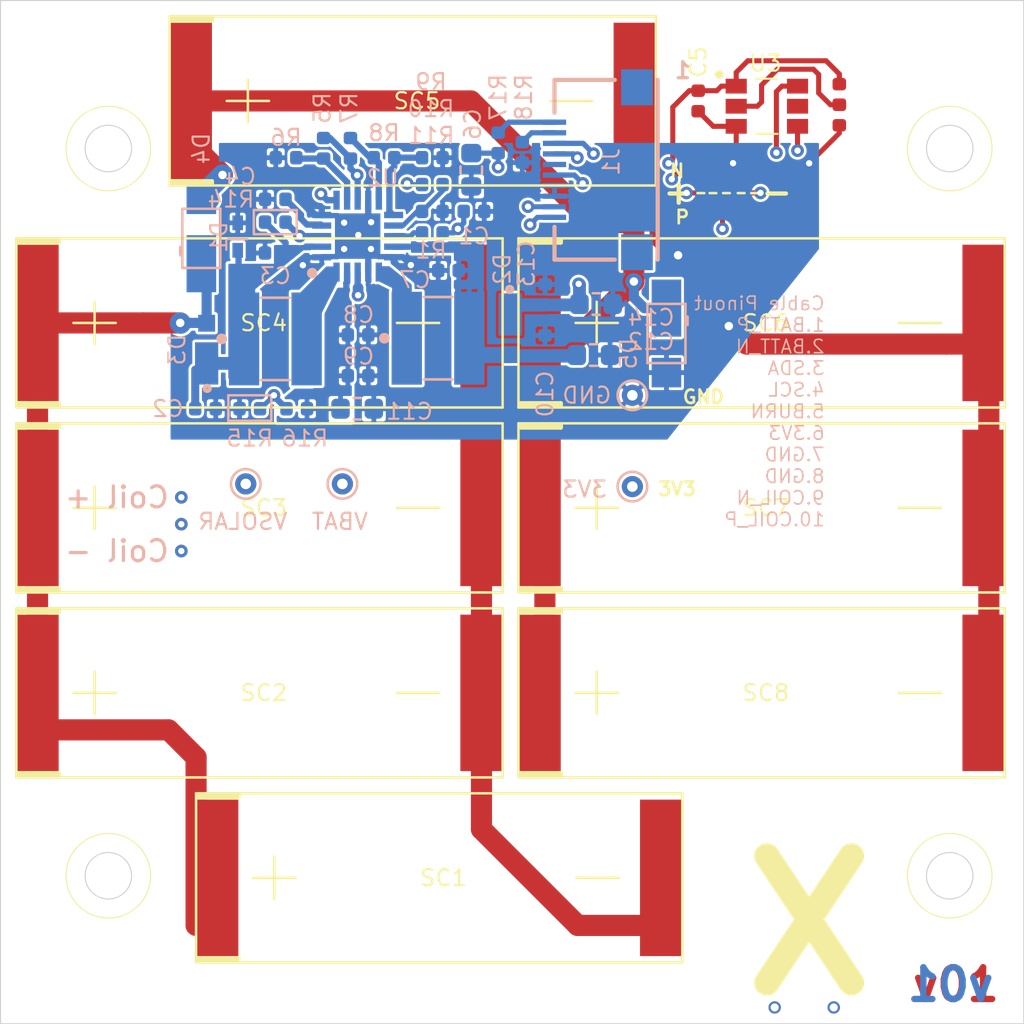
<source format=kicad_pcb>
(kicad_pcb (version 20171130) (host pcbnew "(5.1.4-0-10_14)")
  (layers (0 Top signal hide) (1 In1.Cu signal hide) (2 In2.Cu signal) (3 In3.Cu signal hide) (4 In4.Cu signal hide) (31 Bottom signal hide) (34 B.Paste user hide) (35 F.Paste user hide) (36 B.SilkS user hide) (37 F.SilkS user hide) (38 B.Mask user hide) (39 F.Mask user hide) (44 Edge.Cuts user))
  (net 0 "")
  (net 1 GND)
  (net 2 +3V3)
  (net 3 SDA1)
  (net 4 SCL1)
  (net 5 "Net-(L1-Pad2)")
  (net 6 VOUT_EN)
  (net 7 VSOLAR)
  (net 8 VBAT_OK)
  (net 9 BATT_N)
  (net 10 BATT_P)
  (net 11 COIL_N)
  (net 12 COIL_P)
  (net 13 "Net-(C4-Pad1)")
  (net 14 "Net-(C10-Pad1)")
  (net 15 "Net-(C11-Pad1)")
  (net 16 "Net-(L2-Pad1)")
  (net 17 "Net-(R10-Pad2)")
  (net 18 "Net-(R5-Pad1)")
  (net 19 "Net-(R7-Pad1)")
  (net 20 "Net-(R8-Pad1)")
  (net 21 "Net-(R10-Pad1)")
  (net 22 "Net-(R14-Pad1)")
  (net 23 "Net-(D4-Pad2)")
  (net 24 "Net-(R12-Pad1)")
  (net 25 /coil)
  (net 26 VBAT)
  (net 27 /VSOLAR_FULL)
  (module custom-footprints:KXOB25-05X3F (layer Top) (at 100.25 81.5)
    (fp_text reference SC1 (at 10.7 0) (layer F.SilkS) (effects (font (size 0.762 0.762) (thickness 0.1016))))
    (fp_text value SolarCell_Small)
    (pad 2 smd rect (at 21 0) (size 2 7.4) (layers Top F.Paste F.Mask) (net 23 "Net-(D4-Pad2)"))
    (pad 1 smd rect (at 0 0) (size 2 7.4) (layers Top F.Paste F.Mask) (net 27 /VSOLAR_FULL))
  )
  (module custom-footprints:KXOB25-05X3F (layer Top) (at 115.5 72.75)
    (fp_text reference SC8 (at 10.7 0) (layer F.SilkS) (effects (font (size 0.762 0.762) (thickness 0.1016))))
    (fp_text value SolarCell_Small)
    (pad 1 smd rect (at 0 0) (size 2 7.4) (layers Top F.Paste F.Mask) (net 23 "Net-(D4-Pad2)"))
    (pad 2 smd rect (at 21 0) (size 2 7.4) (layers Top F.Paste F.Mask) (net 1 GND))
  )
  (module custom-footprints:KXOB25-05X3F (layer Top) (at 115.5 64)
    (fp_text reference SC7 (at 10.7 0) (layer F.SilkS) (effects (font (size 0.762 0.762) (thickness 0.1016))))
    (fp_text value SolarCell_Small)
    (pad 2 smd rect (at 21 0) (size 2 7.4) (layers Top F.Paste F.Mask) (net 1 GND))
    (pad 1 smd rect (at 0 0) (size 2 7.4) (layers Top F.Paste F.Mask) (net 23 "Net-(D4-Pad2)"))
  )
  (module custom-footprints:KXOB25-05X3F (layer Top) (at 115.5 55.25)
    (fp_text reference SC6 (at 10.7 0) (layer F.SilkS) (effects (font (size 0.762 0.762) (thickness 0.1016))))
    (fp_text value SolarCell_Small)
    (pad 2 smd rect (at 21 0) (size 2 7.4) (layers Top F.Paste F.Mask) (net 1 GND))
    (pad 1 smd rect (at 0 0) (size 2 7.4) (layers Top F.Paste F.Mask) (net 23 "Net-(D4-Pad2)"))
  )
  (module custom-footprints:KXOB25-05X3F (layer Top) (at 99 44.75)
    (fp_text reference SC5 (at 10.7 0) (layer F.SilkS) (effects (font (size 0.762 0.762) (thickness 0.1016))))
    (fp_text value SolarCell_Small)
    (pad 2 smd rect (at 21 0) (size 2 7.4) (layers Top F.Paste F.Mask) (net 1 GND))
    (pad 1 smd rect (at 0 0) (size 2 7.4) (layers Top F.Paste F.Mask) (net 23 "Net-(D4-Pad2)"))
  )
  (module custom-footprints:KXOB25-05X3F (layer Top) (at 91.75 55.25)
    (fp_text reference SC4 (at 10.7 0) (layer F.SilkS) (effects (font (size 0.762 0.762) (thickness 0.1016))))
    (fp_text value SolarCell_Small)
    (pad 2 smd rect (at 21 0) (size 2 7.4) (layers Top F.Paste F.Mask) (net 23 "Net-(D4-Pad2)"))
    (pad 1 smd rect (at 0 0) (size 2 7.4) (layers Top F.Paste F.Mask) (net 27 /VSOLAR_FULL))
  )
  (module custom-footprints:KXOB25-05X3F (layer Top) (at 91.75 64)
    (fp_text reference SC3 (at 10.7 0) (layer F.SilkS) (effects (font (size 0.762 0.762) (thickness 0.1016))))
    (fp_text value SolarCell_Small)
    (pad 2 smd rect (at 21 0) (size 2 7.4) (layers Top F.Paste F.Mask) (net 23 "Net-(D4-Pad2)"))
    (pad 1 smd rect (at 0 0) (size 2 7.4) (layers Top F.Paste F.Mask) (net 27 /VSOLAR_FULL))
  )
  (module custom-footprints:KXOB25-05X3F (layer Top) (at 91.75 72.75)
    (fp_text reference SC2 (at 10.7 0) (layer F.SilkS) (effects (font (size 0.762 0.762) (thickness 0.1016))))
    (fp_text value SolarCell_Small)
    (pad 2 smd rect (at 21 0) (size 2 7.4) (layers Top F.Paste F.Mask) (net 23 "Net-(D4-Pad2)"))
    (pad 1 smd rect (at 0 0) (size 2 7.4) (layers Top F.Paste F.Mask) (net 27 /VSOLAR_FULL))
  )
  (module TestPoint:TestPoint_THTPad_D1.0mm_Drill0.5mm (layer Bottom) (at 101.6 62.865)
    (fp_text reference TP4 hide)
    (fp_text value TP)
    (pad 1 thru_hole circle (at 0 0) (size 1 1) (drill 0.5) (layers *.Cu *.Mask) (net 27 /VSOLAR_FULL))
  )
  (module TestPoint:TestPoint_THTPad_D1.0mm_Drill0.5mm (layer Bottom) (at 106.172 62.865)
    (fp_text reference TP3 hide)
    (fp_text value TP)
    (pad 1 thru_hole circle (at 0 0) (size 1 1) (drill 0.5) (layers *.Cu *.Mask) (net 26 VBAT))
  )
  (module TestPoint:TestPoint_THTPad_D1.0mm_Drill0.5mm (layer Bottom) (at 119.888 58.674)
    (fp_text reference TP2 hide)
    (fp_text value TP)
    (pad 1 thru_hole circle (at 0 0) (size 1 1) (drill 0.5) (layers *.Cu *.Mask) (net 1 GND))
  )
  (module TestPoint:TestPoint_THTPad_D1.0mm_Drill0.5mm (layer Bottom) (at 119.888 62.992)
    (fp_text reference TP1 hide)
    (fp_text value TP)
    (pad 1 thru_hole circle (at 0 0) (size 1 1) (drill 0.5) (layers *.Cu *.Mask) (net 2 +3V3))
  )
  (module custom-footprints:TSL2561 (layer Top) (at 126.25 45)
    (fp_text reference U3 (at -0.0635 -2.032) (layer F.SilkS) (effects (font (size 0.762 0.762) (thickness 0.1016))))
    (fp_text value TSL2561 hide)
    (pad 6 smd rect (at 1.45 -0.95 90) (size 0.7 1) (layers Top F.Paste F.Mask) (net 3 SDA1))
    (pad 5 smd rect (at 1.45 0 90) (size 0.7 1) (layers Top F.Paste F.Mask))
    (pad 4 smd rect (at 1.45 0.95 90) (size 0.7 1) (layers Top F.Paste F.Mask) (net 4 SCL1))
    (pad 3 smd rect (at -1.45 0.95 90) (size 0.7 1) (layers Top F.Paste F.Mask) (net 1 GND))
    (pad 2 smd rect (at -1.45 0 90) (size 0.7 1) (layers Top F.Paste F.Mask) (net 24 "Net-(R12-Pad1)"))
    (pad 1 smd rect (at -1.45 -0.95 90) (size 0.7 1) (layers Top F.Paste F.Mask) (net 2 +3V3))
  )
  (module Capacitor_SMD:C_0603_1608Metric (layer Bottom) (at 112.268 48.006 270)
    (fp_text reference C6 (at -2.159 -0.0635 270) (layer B.SilkS) (effects (font (size 0.762 0.762) (thickness 0.1016)) (justify mirror)))
    (fp_text value 100uF)
    (pad 1 smd roundrect (at -0.7875 0 270) (size 0.875 0.95) (layers Bottom B.Paste B.Mask) (net 26 VBAT))
    (pad 2 smd roundrect (at 0.7875 0 270) (size 0.875 0.95) (layers Bottom B.Paste B.Mask) (net 1 GND))
  )
  (module Capacitor_SMD:C_0402_1005Metric (layer Bottom) (at 106.91366 57.748656)
    (fp_text reference C9 (at 0.02034 -0.916156) (layer B.SilkS) (effects (font (size 0.762 0.762) (thickness 0.1016)) (justify mirror)))
    (fp_text value 0.1uF)
    (pad 2 smd roundrect (at 0.485 0) (size 0.59 0.64) (layers Bottom B.Paste B.Mask) (net 1 GND))
    (pad 1 smd roundrect (at -0.485 0) (size 0.59 0.64) (layers Bottom B.Paste B.Mask) (net 15 "Net-(C11-Pad1)"))
  )
  (module Capacitor_SMD:C_0603_1608Metric (layer Bottom) (at 118.1735 54.356)
    (fp_text reference C14 (at 2.6035 0.635 180) (layer B.SilkS) (effects (font (size 0.762 0.762) (thickness 0.1016)) (justify mirror)))
    (fp_text value 100uF)
    (pad 2 smd roundrect (at 0.7875 0) (size 0.875 0.95) (layers Bottom B.Paste B.Mask) (net 1 GND))
    (pad 1 smd roundrect (at -0.7875 0) (size 0.875 0.95) (layers Bottom B.Paste B.Mask) (net 2 +3V3))
  )
  (module misc-circuits:SOD523 (layer Bottom) (at 101.219 51.216 90)
    (fp_text reference D1 (at -0.7905 -1.3335 90) (layer B.SilkS) (effects (font (size 0.762 0.762) (thickness 0.1016)) (justify right top mirror)))
    (fp_text value SDM20U40-7)
    (pad A smd rect (at 0.7 0 90) (size 0.7 0.5) (layers Bottom B.Paste B.Mask) (net 1 GND))
    (pad C smd rect (at -0.6 0 90) (size 0.7 0.5) (layers Bottom B.Paste B.Mask) (net 7 VSOLAR))
  )
  (module misc-circuits:QFN50P350X350X100-21N-D (layer Bottom) (at 106.89366 51.144656)
    (fp_text reference U2 (at 1.18334 -2.757656) (layer B.SilkS) (effects (font (size 0.762 0.762) (thickness 0.1016)) (justify mirror)))
    (fp_text value Value hide)
    (pad 1 smd rect (at -1.7 1 270) (size 0.3 0.9) (layers Bottom B.Paste B.Mask) (net 1 GND))
    (pad 2 smd rect (at -1.7 0.5 270) (size 0.3 0.9) (layers Bottom B.Paste B.Mask) (net 7 VSOLAR))
    (pad 3 smd rect (at -1.7 0 270) (size 0.3 0.9) (layers Bottom B.Paste B.Mask) (net 22 "Net-(R14-Pad1)"))
    (pad 4 smd rect (at -1.7 -0.5 270) (size 0.3 0.9) (layers Bottom B.Paste B.Mask) (net 13 "Net-(C4-Pad1)"))
    (pad 5 smd rect (at -1.7 -1 270) (size 0.3 0.9) (layers Bottom B.Paste B.Mask) (net 1 GND))
    (pad 6 smd rect (at -1 -1.7) (size 0.3 0.9) (layers Bottom B.Paste B.Mask) (net 6 VOUT_EN))
    (pad 7 smd rect (at -0.5 -1.7) (size 0.3 0.9) (layers Bottom B.Paste B.Mask) (net 18 "Net-(R5-Pad1)"))
    (pad 8 smd rect (at 0 -1.7) (size 0.3 0.9) (layers Bottom B.Paste B.Mask) (net 17 "Net-(R10-Pad2)"))
    (pad 9 smd rect (at 0.5 -1.7) (size 0.3 0.9) (layers Bottom B.Paste B.Mask) (net 1 GND))
    (pad 10 smd rect (at 1 -1.7) (size 0.3 0.9) (layers Bottom B.Paste B.Mask) (net 19 "Net-(R7-Pad1)"))
    (pad 11 smd rect (at 1.7 -1 270) (size 0.3 0.9) (layers Bottom B.Paste B.Mask) (net 20 "Net-(R8-Pad1)"))
    (pad 12 smd rect (at 1.7 -0.5 270) (size 0.3 0.9) (layers Bottom B.Paste B.Mask) (net 21 "Net-(R10-Pad1)"))
    (pad 13 smd rect (at 1.7 0 270) (size 0.3 0.9) (layers Bottom B.Paste B.Mask) (net 8 VBAT_OK))
    (pad 14 smd rect (at 1.7 0.5 270) (size 0.3 0.9) (layers Bottom B.Paste B.Mask) (net 14 "Net-(C10-Pad1)"))
    (pad 15 smd rect (at 1.7 1 270) (size 0.3 0.9) (layers Bottom B.Paste B.Mask) (net 1 GND))
    (pad 16 smd rect (at 1 1.7) (size 0.3 0.9) (layers Bottom B.Paste B.Mask) (net 16 "Net-(L2-Pad1)"))
    (pad 17 smd rect (at 0.5 1.7) (size 0.3 0.9) (layers Bottom B.Paste B.Mask) (net 1 GND))
    (pad 18 smd rect (at 0 1.7) (size 0.3 0.9) (layers Bottom B.Paste B.Mask) (net 26 VBAT))
    (pad 19 smd rect (at -0.5 1.7) (size 0.3 0.9) (layers Bottom B.Paste B.Mask) (net 15 "Net-(C11-Pad1)"))
    (pad 20 smd rect (at -1 1.7) (size 0.3 0.9) (layers Bottom B.Paste B.Mask) (net 5 "Net-(L1-Pad2)"))
    (pad 21 smd rect (at 0 0) (size 2.15 2.15) (layers Bottom B.Paste B.Mask) (net 1 GND))
  )
  (module Resistor_SMD:R_0402_1005Metric (layer Top) (at 124.6215 48.411 180)
    (fp_text reference R19 hide)
    (fp_text value 0)
    (pad 2 smd roundrect (at 0.485 0 180) (size 0.59 0.64) (layers Top F.Paste F.Mask) (net 11 COIL_N))
    (pad 1 smd roundrect (at -0.485 0 180) (size 0.59 0.64) (layers Top F.Paste F.Mask) (net 25 /coil))
  )
  (module Resistor_SMD:R_0402_1005Metric (layer Top) (at 123.65122 48.411 180)
    (fp_text reference R4 hide)
    (fp_text value 0)
    (pad 2 smd roundrect (at 0.485 0 180) (size 0.59 0.64) (layers Top F.Paste F.Mask) (net 25 /coil))
    (pad 1 smd roundrect (at -0.485 0 180) (size 0.59 0.64) (layers Top F.Paste F.Mask) (net 11 COIL_N))
  )
  (module Resistor_SMD:R_0402_1005Metric (layer Top) (at 124.6215 49.808 180)
    (fp_text reference R3 hide)
    (fp_text value 0)
    (pad 2 smd roundrect (at 0.485 0 180) (size 0.59 0.64) (layers Top F.Paste F.Mask) (net 12 COIL_P))
    (pad 1 smd roundrect (at -0.485 0 180) (size 0.59 0.64) (layers Top F.Paste F.Mask) (net 25 /coil))
  )
  (module Resistor_SMD:R_0402_1005Metric (layer Top) (at 123.65122 49.808 180)
    (fp_text reference R2 hide)
    (fp_text value 0)
    (pad 2 smd roundrect (at 0.485 0 180) (size 0.59 0.64) (layers Top F.Paste F.Mask) (net 25 /coil))
    (pad 1 smd roundrect (at -0.485 0 180) (size 0.59 0.64) (layers Top F.Paste F.Mask) (net 12 COIL_P))
  )
  (module custom-footprints:MICROSMP (layer Bottom) (at 99.75 56.515 90)
    (fp_text reference D3 (at 0 -1.397 270) (layer B.SilkS) (effects (font (size 0.762 0.762) (thickness 0.1016)) (justify mirror)))
    (fp_text value MSS1P4-M3_89A hide)
    (pad 1 smd rect (at -0.65 0) (size 1.1 2) (layers Bottom B.Paste B.Mask) (net 7 VSOLAR))
    (pad 2 smd rect (at 1.25 0) (size 0.8 0.8) (layers Bottom B.Paste B.Mask) (net 27 /VSOLAR_FULL))
  )
  (module Resistor_SMD:R_0402_1005Metric (layer Top) (at 129.677 45.416 90)
    (fp_text reference R13 hide)
    (fp_text value 0)
    (pad 2 smd roundrect (at 0.485 0 90) (size 0.59 0.64) (layers Top F.Paste F.Mask) (net 24 "Net-(R12-Pad1)"))
    (pad 1 smd roundrect (at -0.485 0 90) (size 0.59 0.64) (layers Top F.Paste F.Mask) (net 1 GND))
  )
  (module Resistor_SMD:R_0402_1005Metric (layer Top) (at 129.677 44.4405 90)
    (fp_text reference R12 hide)
    (fp_text value 0)
    (pad 2 smd roundrect (at 0.485 0 90) (size 0.59 0.64) (layers Top F.Paste F.Mask) (net 2 +3V3))
    (pad 1 smd roundrect (at -0.485 0 90) (size 0.59 0.64) (layers Top F.Paste F.Mask) (net 24 "Net-(R12-Pad1)"))
  )
  (module Capacitor_SMD:C_0402_1005Metric (layer Top) (at 123 44.75 90)
    (fp_text reference C5 (at 1.8415 0 90) (layer F.SilkS) (effects (font (size 0.762 0.762) (thickness 0.1016))))
    (fp_text value 0.1uF)
    (pad 2 smd roundrect (at 0.485 0 90) (size 0.59 0.64) (layers Top F.Paste F.Mask) (net 2 +3V3))
    (pad 1 smd roundrect (at -0.485 0 90) (size 0.59 0.64) (layers Top F.Paste F.Mask) (net 1 GND))
  )
  (module "SolarCellParts:SB Diode" (layer Bottom) (at 99.5 51.25 90)
    (fp_text reference D4 (at 4.25 0 90) (layer B.SilkS) (effects (font (size 0.762 0.762) (thickness 0.1016)) (justify mirror)))
    (fp_text value SBDiode)
    (pad 2 smd rect (at 1.85 0 90) (size 1.4 1.4) (layers Bottom B.Paste B.Mask) (net 23 "Net-(D4-Pad2)"))
    (pad 1 smd rect (at -1.2 0 90) (size 2.7 1.4) (layers Bottom B.Paste B.Mask) (net 27 /VSOLAR_FULL))
  )
  (module "SolarCellParts:SB Diode" (layer Bottom) (at 121.5 55.75 270)
    (fp_text reference D5 (at 0.9525 1.7955 270) (layer B.SilkS) (effects (font (size 0.762 0.762) (thickness 0.1016)) (justify mirror)))
    (fp_text value SBDiode)
    (pad 2 smd rect (at 1.85 0 270) (size 1.4 1.4) (layers Bottom B.Paste B.Mask) (net 1 GND))
    (pad 1 smd rect (at -1.2 0 270) (size 2.7 1.4) (layers Bottom B.Paste B.Mask) (net 23 "Net-(D4-Pad2)"))
  )
  (module custom-footprints:MICROSMP (layer Bottom) (at 114.1095 55.499 270)
    (fp_text reference D2 (at -2.794 0.381 270) (layer B.SilkS) (effects (font (size 0.762 0.762) (thickness 0.1016)) (justify mirror)))
    (fp_text value MSS1P4-M3_89A hide)
    (pad 2 smd rect (at 1.25 0 180) (size 0.8 0.8) (layers Bottom B.Paste B.Mask) (net 14 "Net-(C10-Pad1)"))
    (pad 1 smd rect (at -0.65 0 180) (size 1.1 2) (layers Bottom B.Paste B.Mask) (net 2 +3V3))
  )
  (module Resistor_SMD:R_0402_1005Metric (layer Bottom) (at 103.505 47.4345)
    (fp_text reference R6 (at 0 -0.9525 180) (layer B.SilkS) (effects (font (size 0.762 0.762) (thickness 0.1016)) (justify mirror)))
    (fp_text value 5.62M)
    (pad 2 smd roundrect (at 0.485 0) (size 0.59 0.64) (layers Bottom B.Paste B.Mask) (net 18 "Net-(R5-Pad1)"))
    (pad 1 smd roundrect (at -0.485 0) (size 0.59 0.64) (layers Bottom B.Paste B.Mask) (net 1 GND))
  )
  (module Resistor_SMD:R_0402_1005Metric (layer Bottom) (at 105.283 46.99 90)
    (fp_text reference R5 (at 1.905 -0.0635 270) (layer B.SilkS) (effects (font (size 0.762 0.762) (thickness 0.1016)) (justify mirror)))
    (fp_text value 7.32M)
    (pad 2 smd roundrect (at 0.485 0 90) (size 0.59 0.64) (layers Bottom B.Paste B.Mask) (net 17 "Net-(R10-Pad2)"))
    (pad 1 smd roundrect (at -0.485 0 90) (size 0.59 0.64) (layers Bottom B.Paste B.Mask) (net 18 "Net-(R5-Pad1)"))
  )
  (module Resistor_SMD:R_0402_1005Metric (layer Bottom) (at 104.013 59.309 180)
    (fp_text reference R16 (at -0.381 -1.397) (layer B.SilkS) (effects (font (size 0.762 0.762) (thickness 0.1016)) (justify mirror)))
    (fp_text value 0)
    (pad 2 smd roundrect (at 0.485 0 180) (size 0.59 0.64) (layers Bottom B.Paste B.Mask) (net 22 "Net-(R14-Pad1)"))
    (pad 1 smd roundrect (at -0.485 0 180) (size 0.59 0.64) (layers Bottom B.Paste B.Mask) (net 15 "Net-(C11-Pad1)"))
  )
  (module Capacitor_SMD:C_0402_1005Metric (layer Bottom) (at 106.91366 55.8165)
    (fp_text reference C8 (at 0.02034 -0.9525) (layer B.SilkS) (effects (font (size 0.762 0.762) (thickness 0.1016)) (justify mirror)))
    (fp_text value 4.7uF)
    (pad 2 smd roundrect (at 0.485 0) (size 0.59 0.64) (layers Bottom B.Paste B.Mask) (net 1 GND))
    (pad 1 smd roundrect (at -0.485 0) (size 0.59 0.64) (layers Bottom B.Paste B.Mask) (net 15 "Net-(C11-Pad1)"))
  )
  (module custom-footprints:XF2M-1015-1A (layer Bottom) (at 116.205 48.006 270)
    (fp_text reference J1 (at -0.37186 -2.68404 90) (layer B.SilkS) (effects (font (size 0.762 0.762) (thickness 0.1016)) (justify mirror)))
    (fp_text value XF2M-1015-1A hide)
    (pad 1 smd rect (at -2.25 0 270) (size 0.25 1.1) (layers Bottom B.Paste B.Mask) (net 10 BATT_P))
    (pad 2 smd rect (at -1.75 0 270) (size 0.25 1.1) (layers Bottom B.Paste B.Mask) (net 9 BATT_N))
    (pad 3 smd rect (at -1.25 0 270) (size 0.25 1.1) (layers Bottom B.Paste B.Mask) (net 3 SDA1))
    (pad 4 smd rect (at -0.75 0 270) (size 0.25 1.1) (layers Bottom B.Paste B.Mask) (net 4 SCL1))
    (pad 5 smd rect (at -0.25 0 270) (size 0.25 1.1) (layers Bottom B.Paste B.Mask))
    (pad 6 smd rect (at 0.25 0 270) (size 0.25 1.1) (layers Bottom B.Paste B.Mask) (net 2 +3V3))
    (pad 7 smd rect (at 0.75 0 270) (size 0.25 1.1) (layers Bottom B.Paste B.Mask) (net 1 GND))
    (pad 8 smd rect (at 1.25 0 270) (size 0.25 1.1) (layers Bottom B.Paste B.Mask) (net 1 GND))
    (pad 9 smd rect (at 1.75 0 270) (size 0.25 1.1) (layers Bottom B.Paste B.Mask) (net 11 COIL_N))
    (pad 10 smd rect (at 2.25 0 270) (size 0.25 1.1) (layers Bottom B.Paste B.Mask) (net 12 COIL_P))
    (pad 11 smd rect (at -3.9 -3.9 180) (size 1.5 1.7) (layers Bottom B.Paste B.Mask))
    (pad 12 smd rect (at 3.9 -3.9 180) (size 1.5 1.7) (layers Bottom B.Paste B.Mask))
  )
  (module Capacitor_SMD:C_0603_1608Metric (layer Bottom) (at 118.0465 56.769)
    (fp_text reference C12 (at 2.7305 -0.635 180) (layer B.SilkS) (effects (font (size 0.762 0.762) (thickness 0.1016)) (justify mirror)))
    (fp_text value 100uF)
    (pad 2 smd roundrect (at 0.7875 0) (size 0.875 0.95) (layers Bottom B.Paste B.Mask) (net 1 GND))
    (pad 1 smd roundrect (at -0.7875 0) (size 0.875 0.95) (layers Bottom B.Paste B.Mask) (net 14 "Net-(C10-Pad1)"))
  )
  (module Capacitor_SMD:C_0402_1005Metric (layer Bottom) (at 115.7605 53.9115 90)
    (fp_text reference C13 (at 1.4605 -0.889 90) (layer B.SilkS) (effects (font (size 0.762 0.762) (thickness 0.1016)) (justify mirror)))
    (fp_text value 0.1uF)
    (pad 2 smd roundrect (at 0.485 0 90) (size 0.59 0.64) (layers Bottom B.Paste B.Mask) (net 1 GND))
    (pad 1 smd roundrect (at -0.485 0 90) (size 0.59 0.64) (layers Bottom B.Paste B.Mask) (net 2 +3V3))
  )
  (module Resistor_SMD:R_0402_1005Metric (layer Bottom) (at 106.553 46.99 270)
    (fp_text reference R7 (at -1.905 0.0635 270) (layer B.SilkS) (effects (font (size 0.762 0.762) (thickness 0.1016)) (justify mirror)))
    (fp_text value 374K)
    (pad 2 smd roundrect (at 0.485 0 270) (size 0.59 0.64) (layers Bottom B.Paste B.Mask) (net 17 "Net-(R10-Pad2)"))
    (pad 1 smd roundrect (at -0.485 0 270) (size 0.59 0.64) (layers Bottom B.Paste B.Mask) (net 19 "Net-(R7-Pad1)"))
  )
  (module Resistor_SMD:R_0402_1005Metric (layer Bottom) (at 110.4265 49.9745 180)
    (fp_text reference R11 (at 0.0635 3.583) (layer B.SilkS) (effects (font (size 0.762 0.762) (thickness 0.1016)) (justify mirror)))
    (fp_text value 4.75M)
    (pad 2 smd roundrect (at 0.485 0 180) (size 0.59 0.64) (layers Bottom B.Paste B.Mask) (net 21 "Net-(R10-Pad1)"))
    (pad 1 smd roundrect (at -0.485 0 180) (size 0.59 0.64) (layers Bottom B.Paste B.Mask) (net 1 GND))
  )
  (module Resistor_SMD:R_0402_1005Metric (layer Bottom) (at 110.4265 47.4345 180)
    (fp_text reference R9 (at 0.0635 3.583) (layer B.SilkS) (effects (font (size 0.762 0.762) (thickness 0.1016)) (justify mirror)))
    (fp_text value 4.53M)
    (pad 2 smd roundrect (at 0.485 0 180) (size 0.59 0.64) (layers Bottom B.Paste B.Mask) (net 20 "Net-(R8-Pad1)"))
    (pad 1 smd roundrect (at -0.485 0 180) (size 0.59 0.64) (layers Bottom B.Paste B.Mask) (net 1 GND))
  )
  (module Resistor_SMD:R_0402_1005Metric (layer Bottom) (at 110.4265 48.7045 180)
    (fp_text reference R10 (at 0.0635 3.583) (layer B.SilkS) (effects (font (size 0.762 0.762) (thickness 0.1016)) (justify mirror)))
    (fp_text value 8.25M)
    (pad 2 smd roundrect (at 0.485 0 180) (size 0.59 0.64) (layers Bottom B.Paste B.Mask) (net 17 "Net-(R10-Pad2)"))
    (pad 1 smd roundrect (at -0.485 0 180) (size 0.59 0.64) (layers Bottom B.Paste B.Mask) (net 21 "Net-(R10-Pad1)"))
  )
  (module Resistor_SMD:R_0402_1005Metric (layer Bottom) (at 108.1405 47.4345 180)
    (fp_text reference R8 (at 0 1.17) (layer B.SilkS) (effects (font (size 0.762 0.762) (thickness 0.1016)) (justify mirror)))
    (fp_text value 8.25M)
    (pad 2 smd roundrect (at 0.485 0 180) (size 0.59 0.64) (layers Bottom B.Paste B.Mask) (net 19 "Net-(R7-Pad1)"))
    (pad 1 smd roundrect (at -0.485 0 180) (size 0.59 0.64) (layers Bottom B.Paste B.Mask) (net 20 "Net-(R8-Pad1)"))
  )
  (module Resistor_SMD:R_0402_1005Metric (layer Bottom) (at 102.997 50.4825 180)
    (fp_text reference R14 (at 2.0955 1.0795) (layer B.SilkS) (effects (font (size 0.762 0.762) (thickness 0.1016)) (justify mirror)))
    (fp_text value 0)
    (pad 2 smd roundrect (at 0.485 0 180) (size 0.59 0.64) (layers Bottom B.Paste B.Mask) (net 7 VSOLAR))
    (pad 1 smd roundrect (at -0.485 0 180) (size 0.59 0.64) (layers Bottom B.Paste B.Mask) (net 22 "Net-(R14-Pad1)"))
  )
  (module Resistor_SMD:R_0402_1005Metric (layer Bottom) (at 101.7905 59.309)
    (fp_text reference R15 (at 0 1.397 180) (layer B.SilkS) (effects (font (size 0.762 0.762) (thickness 0.1016)) (justify mirror)))
    (fp_text value 0)
    (pad 2 smd roundrect (at 0.485 0) (size 0.59 0.64) (layers Bottom B.Paste B.Mask) (net 22 "Net-(R14-Pad1)"))
    (pad 1 smd roundrect (at -0.485 0) (size 0.59 0.64) (layers Bottom B.Paste B.Mask) (net 1 GND))
  )
  (module Resistor_SMD:R_0402_1005Metric (layer Bottom) (at 113.538 46.736 270)
    (fp_text reference R17 (at -2.159 0 90) (layer B.SilkS) (effects (font (size 0.762 0.762) (thickness 0.1016)) (justify mirror)))
    (fp_text value 0)
    (pad 1 smd roundrect (at -0.485 0 270) (size 0.59 0.64) (layers Bottom B.Paste B.Mask) (net 10 BATT_P))
    (pad 2 smd roundrect (at 0.485 0 270) (size 0.59 0.64) (layers Bottom B.Paste B.Mask) (net 26 VBAT))
  )
  (module Resistor_SMD:R_0402_1005Metric (layer Bottom) (at 114.681 47.1805 270)
    (fp_text reference R18 (at -2.6035 -0.0635 270) (layer B.SilkS) (effects (font (size 0.762 0.762) (thickness 0.1016)) (justify mirror)))
    (fp_text value 0)
    (pad 2 smd roundrect (at 0.485 0 270) (size 0.59 0.64) (layers Bottom B.Paste B.Mask) (net 1 GND))
    (pad 1 smd roundrect (at -0.485 0 270) (size 0.59 0.64) (layers Bottom B.Paste B.Mask) (net 9 BATT_N))
  )
  (module Resistor_SMD:R_0402_1005Metric (layer Bottom) (at 110.4265 50.9905)
    (fp_text reference R1 (at -0.0635 0.8255) (layer B.SilkS) (effects (font (size 0.762 0.762) (thickness 0.1016)) (justify mirror)))
    (fp_text value 0)
    (pad 2 smd roundrect (at 0.485 0) (size 0.59 0.64) (layers Bottom B.Paste B.Mask) (net 6 VOUT_EN))
    (pad 1 smd roundrect (at -0.485 0) (size 0.59 0.64) (layers Bottom B.Paste B.Mask) (net 8 VBAT_OK))
  )
  (module misc-circuits:LPS4018 (layer Bottom) (at 110.69574 55.97398)
    (fp_text reference L2 hide)
    (fp_text value 10uH-LPS4018-103MR hide)
    (pad 2 smd rect (at 1.47955 0) (size 1.4351 4.3942) (layers Bottom B.Paste B.Mask) (net 14 "Net-(C10-Pad1)"))
    (pad 1 smd rect (at -1.47955 0) (size 1.4351 4.3942) (layers Bottom B.Paste B.Mask) (net 16 "Net-(L2-Pad1)"))
  )
  (module misc-circuits:LPS4018 (layer Bottom) (at 103 56.007)
    (fp_text reference L1 hide)
    (fp_text value 22uH-LPS4018-223MR hide)
    (pad 1 smd rect (at -1.47955 0) (size 1.4351 4.3942) (layers Bottom B.Paste B.Mask) (net 7 VSOLAR))
    (pad 2 smd rect (at 1.47955 0) (size 1.4351 4.3942) (layers Bottom B.Paste B.Mask) (net 5 "Net-(L1-Pad2)"))
  )
  (module Capacitor_SMD:C_0603_1608Metric (layer Bottom) (at 106.8705 59.309)
    (fp_text reference C11 (at 2.4765 0.127) (layer B.SilkS) (effects (font (size 0.762 0.762) (thickness 0.1016)) (justify mirror)))
    (fp_text value 100uF)
    (pad 2 smd roundrect (at 0.7875 0) (size 0.875 0.95) (layers Bottom B.Paste B.Mask) (net 1 GND))
    (pad 1 smd roundrect (at -0.7875 0) (size 0.875 0.95) (layers Bottom B.Paste B.Mask) (net 15 "Net-(C11-Pad1)"))
  )
  (module Capacitor_SMD:C_0402_1005Metric (layer Bottom) (at 111.1885 52.7685 180)
    (fp_text reference C7 (at 1.5875 -0.4445) (layer B.SilkS) (effects (font (size 0.762 0.762) (thickness 0.1016)) (justify mirror)))
    (fp_text value 22uF)
    (pad 2 smd roundrect (at 0.485 0 180) (size 0.59 0.64) (layers Bottom B.Paste B.Mask) (net 1 GND))
    (pad 1 smd roundrect (at -0.485 0 180) (size 0.59 0.64) (layers Bottom B.Paste B.Mask) (net 14 "Net-(C10-Pad1)"))
  )
  (module Capacitor_SMD:C_0402_1005Metric (layer Bottom) (at 102.997 49.403 180)
    (fp_text reference C4 (at 1.651 1.0795) (layer B.SilkS) (effects (font (size 0.762 0.762) (thickness 0.1016)) (justify mirror)))
    (fp_text value 10nF)
    (pad 2 smd roundrect (at 0.485 0 180) (size 0.59 0.64) (layers Bottom B.Paste B.Mask) (net 1 GND))
    (pad 1 smd roundrect (at -0.485 0 180) (size 0.59 0.64) (layers Bottom B.Paste B.Mask) (net 13 "Net-(C4-Pad1)"))
  )
  (module Capacitor_SMD:C_0402_1005Metric (layer Bottom) (at 99.695 59.309)
    (fp_text reference C2 (at -1.778 0 180) (layer B.SilkS) (effects (font (size 0.762 0.762) (thickness 0.1016)) (justify mirror)))
    (fp_text value 0.1uF)
    (pad 2 smd roundrect (at 0.485 0) (size 0.59 0.64) (layers Bottom B.Paste B.Mask) (net 1 GND))
    (pad 1 smd roundrect (at -0.485 0) (size 0.59 0.64) (layers Bottom B.Paste B.Mask) (net 7 VSOLAR))
  )
  (module Capacitor_SMD:C_0402_1005Metric (layer Bottom) (at 115.7605 56.3245 90)
    (fp_text reference C10 (at -2.286 0 270) (layer B.SilkS) (effects (font (size 0.762 0.762) (thickness 0.1016)) (justify mirror)))
    (fp_text value 0.1uF)
    (pad 2 smd roundrect (at 0.485 0 90) (size 0.59 0.64) (layers Bottom B.Paste B.Mask) (net 1 GND))
    (pad 1 smd roundrect (at -0.485 0 90) (size 0.59 0.64) (layers Bottom B.Paste B.Mask) (net 14 "Net-(C10-Pad1)"))
  )
  (module Capacitor_SMD:C_0402_1005Metric (layer Bottom) (at 102.997 51.943 180)
    (fp_text reference C3 (at 0 -1.0795) (layer B.SilkS) (effects (font (size 0.762 0.762) (thickness 0.1016)) (justify mirror)))
    (fp_text value 4.7uF)
    (pad 2 smd roundrect (at 0.485 0 180) (size 0.59 0.64) (layers Bottom B.Paste B.Mask) (net 1 GND))
    (pad 1 smd roundrect (at -0.485 0 180) (size 0.59 0.64) (layers Bottom B.Paste B.Mask) (net 7 VSOLAR))
  )
  (module Capacitor_SMD:C_0402_1005Metric (layer Bottom) (at 112.395 49.9745)
    (fp_text reference C1 (at 0 1.17) (layer B.SilkS) (effects (font (size 0.762 0.762) (thickness 0.1016)) (justify mirror)))
    (fp_text value 1.0uF)
    (pad 2 smd roundrect (at 0.485 0) (size 0.59 0.64) (layers Bottom B.Paste B.Mask) (net 1 GND))
    (pad 1 smd roundrect (at -0.485 0) (size 0.59 0.64) (layers Bottom B.Paste B.Mask) (net 6 VOUT_EN))
  )
  (gr_text X (at 128.25 83.75) (layer F.SilkS) (effects (font (size 6 6) (thickness 1.2))))
  (gr_line (start 100.7618 51.2826) (end 101.6762 51.2826) (layer B.SilkS) (width 0.12))
  (gr_text 1 (at 122.7328 43.307) (layer B.SilkS) (effects (font (size 0.762 0.762) (thickness 0.1524)) (justify left mirror)))
  (gr_text 3V3 (at 118.745 63.119) (layer B.SilkS) (effects (font (size 0.762 0.762) (thickness 0.1016)) (justify left mirror)))
  (gr_text VBAT (at 107.442 64.643) (layer B.SilkS) (effects (font (size 0.762 0.762) (thickness 0.1016)) (justify left mirror)))
  (gr_text VSOLAR (at 103.632 64.643) (layer B.SilkS) (effects (font (size 0.762 0.762) (thickness 0.1016)) (justify left mirror)))
  (gr_text GND (at 118.962715 58.674) (layer B.SilkS) (effects (font (size 0.762 0.762) (thickness 0.1016)) (justify left mirror)))
  (gr_text "Cable Pinout\n1.BATT_P\n2.BATT_N\n3.SDA\n4.SCL\n5.BURN\n6.3V3\n7.GND\n8.GND\n9.COIL_N\n10.COIL_P" (at 129.032 59.436) (layer B.SilkS) (effects (font (size 0.635 0.635) (thickness 0.0762)) (justify left mirror)))
  (gr_line (start 104.013 51.054) (end 101.981 51.054) (layer B.SilkS) (width 0.12))
  (gr_line (start 104.013 49.911) (end 104.013 51.054) (layer B.SilkS) (width 0.12))
  (gr_line (start 101.981 49.911) (end 104.013 49.911) (layer B.SilkS) (width 0.12))
  (gr_line (start 101.981 51.054) (end 101.981 49.911) (layer B.SilkS) (width 0.12))
  (gr_line (start 102.8065 59.8805) (end 100.7745 59.8805) (layer B.SilkS) (width 0.12))
  (gr_line (start 102.8065 58.674) (end 102.8065 59.8805) (layer B.SilkS) (width 0.12))
  (gr_line (start 100.7745 58.674) (end 102.8065 58.674) (layer B.SilkS) (width 0.12))
  (gr_line (start 100.7745 59.8805) (end 100.7745 58.674) (layer B.SilkS) (width 0.12))
  (gr_text v01 (at 134.9375 86.5505) (layer Bottom) (effects (font (size 1.5 1.5) (thickness 0.3)) (justify mirror)))
  (gr_text v01 (at 135.1915 86.5505) (layer Top) (effects (font (size 1.5 1.5) (thickness 0.3))))
  (gr_text 3V3 (at 122 63.1) (layer F.SilkS) (effects (font (size 0.635 0.635) (thickness 0.127))))
  (gr_text GND (at 123.25 58.75) (layer F.SilkS) (effects (font (size 0.635 0.635) (thickness 0.127))))
  (gr_text - (at 126.717 49.046) (layer F.SilkS) (effects (font (size 1.143 1.143) (thickness 0.2032))))
  (gr_text P (at 122.25 50.25) (layer F.SilkS) (effects (font (size 0.635 0.635) (thickness 0.127))))
  (gr_text N (at 122 48 180) (layer F.SilkS) (effects (font (size 0.635 0.635) (thickness 0.127))))
  (gr_text + (at 122.0815 49.046) (layer F.SilkS) (effects (font (size 1.143 1.143) (thickness 0.2032))))
  (gr_line (start 123.288 49.1095) (end 122.9705 49.1095) (layer F.SilkS) (width 0.12))
  (gr_line (start 124.4945 49.1095) (end 124.177 49.1095) (layer F.SilkS) (width 0.12))
  (gr_line (start 123.542 49.1095) (end 123.8595 49.1095) (layer F.SilkS) (width 0.12))
  (gr_line (start 124.8755 49.1095) (end 125.193 49.1095) (layer F.SilkS) (width 0.12))
  (gr_line (start 125.828 49.1095) (end 125.5105 49.1095) (layer F.SilkS) (width 0.12))
  (gr_text "Coil -" (at 95.504 66.04) (layer B.SilkS) (effects (font (size 1 1)) (justify mirror)))
  (gr_text "Coil +" (at 95.504 63.5) (layer B.SilkS) (effects (font (size 1 1)) (justify mirror)))
  (gr_circle (center 95.1 47) (end 96.2 47) (layer Edge.Cuts) (width 0.05))
  (gr_circle (center 95.1 81.4) (end 97.1 81.4) (layer F.SilkS) (width 0.05))
  (gr_circle (center 134.9 81.4) (end 136.9 81.4) (layer F.SilkS) (width 0.05))
  (gr_circle (center 134.9 47) (end 136.9 47) (layer F.SilkS) (width 0.05))
  (gr_circle (center 95.1 47) (end 97.1 47) (layer F.SilkS) (width 0.05))
  (gr_circle (center 95.1 81.4) (end 96.2 81.4) (layer Edge.Cuts) (width 0.05))
  (gr_circle (center 134.9 81.4) (end 136 81.4) (layer Edge.Cuts) (width 0.05))
  (gr_circle (center 134.9 47) (end 136 47) (layer Edge.Cuts) (width 0.05))
  (gr_line (start 90 88.4) (end 138.4 88.4) (layer Edge.Cuts) (width 0.05))
  (gr_line (start 90 88.4) (end 90 40) (layer Edge.Cuts) (width 0.05))
  (gr_line (start 138.4 40) (end 138.4 88.4) (layer Edge.Cuts) (width 0.05))
  (gr_line (start 90 40) (end 138.4 40) (layer Edge.Cuts) (width 0.05))
  (segment (start 136.75 56.25) (end 136.75 74.5) (width 1) (layer Top) (net 1))
  (segment (start 106.89366 51.144656) (end 106.28406 51.754256) (width 0.2032) (layer Bottom) (net 1))
  (segment (start 106.28406 51.754256) (end 106.25326 51.754256) (width 0.2032) (layer Bottom) (net 1))
  (via (at 106.25326 51.754256) (size 0.6) (drill 0.3) (layers Top Bottom) (net 1))
  (segment (start 106.89366 51.144656) (end 107.50326 51.754256) (width 0.2032) (layer Bottom) (net 1))
  (segment (start 107.50326 51.754256) (end 107.52326 51.754256) (width 0.2032) (layer Bottom) (net 1))
  (via (at 107.52326 51.754256) (size 0.6) (drill 0.3) (layers Top Bottom) (net 1))
  (segment (start 106.89366 51.144656) (end 106.28406 50.535056) (width 0.2032) (layer Bottom) (net 1))
  (segment (start 106.28406 50.535056) (end 106.25326 50.509656) (width 0.2032) (layer Bottom) (net 1))
  (via (at 106.25326 50.509656) (size 0.6) (drill 0.3) (layers Top Bottom) (net 1))
  (segment (start 108.54366 52.144656) (end 108.92966 52.144656) (width 0.2032) (layer Bottom) (net 1))
  (via (at 109.4105 52.5145) (size 0.6) (drill 0.3) (layers Top Bottom) (net 1))
  (segment (start 105.238604 50.1396) (end 105.0417 50.1396) (width 0.2286) (layer Bottom) (net 1))
  (segment (start 107.43437 53.150334) (end 107.43437 53.28157) (width 0.2286) (layer Bottom) (net 1))
  (segment (start 107.39366 52.794656) (end 107.39366 53.109624) (width 0.2286) (layer Bottom) (net 1))
  (segment (start 107.39366 53.109624) (end 107.43437 53.150334) (width 0.2286) (layer Bottom) (net 1))
  (segment (start 109.040656 52.144656) (end 109.4105 52.5145) (width 0.29972) (layer Bottom) (net 1))
  (segment (start 108.59366 52.144656) (end 109.040656 52.144656) (width 0.29972) (layer Bottom) (net 1))
  (segment (start 108.59366 52.144656) (end 108.59366 52.33266) (width 0.29972) (layer Bottom) (net 1))
  (segment (start 108.59366 52.33266) (end 108.712 52.451) (width 0.29972) (layer Bottom) (net 1))
  (segment (start 107.39366 51.99134) (end 107.442 51.943) (width 0.29972) (layer Bottom) (net 1))
  (segment (start 107.39366 52.844656) (end 107.39366 51.99134) (width 0.29972) (layer Bottom) (net 1))
  (segment (start 107.39366 50.21334) (end 107.3785 50.2285) (width 0.29972) (layer Bottom) (net 1))
  (segment (start 107.39366 49.444656) (end 107.39366 50.21334) (width 0.29972) (layer Bottom) (net 1))
  (segment (start 107.891115 52.115255) (end 107.51058 51.73472) (width 0.254) (layer Bottom) (net 1))
  (segment (start 108.564259 52.115255) (end 107.891115 52.115255) (width 0.254) (layer Bottom) (net 1))
  (segment (start 108.59366 52.144656) (end 108.564259 52.115255) (width 0.254) (layer Bottom) (net 1))
  (segment (start 105.921005 52.115255) (end 106.19994 51.83632) (width 0.254) (layer Bottom) (net 1))
  (segment (start 105.223061 52.115255) (end 105.921005 52.115255) (width 0.254) (layer Bottom) (net 1))
  (segment (start 105.19366 52.144656) (end 105.223061 52.115255) (width 0.254) (layer Bottom) (net 1))
  (segment (start 105.932137 50.174057) (end 106.02468 50.2666) (width 0.254) (layer Bottom) (net 1))
  (segment (start 105.223061 50.174057) (end 105.932137 50.174057) (width 0.254) (layer Bottom) (net 1))
  (segment (start 105.19366 50.144656) (end 105.223061 50.174057) (width 0.254) (layer Bottom) (net 1))
  (segment (start 104.907056 50.144656) (end 104.6353 49.8729) (width 0.29972) (layer Bottom) (net 1))
  (segment (start 105.19366 50.144656) (end 104.907056 50.144656) (width 0.29972) (layer Bottom) (net 1))
  (segment (start 105.19366 49.86992) (end 105.18902 49.86528) (width 0.29972) (layer Bottom) (net 1))
  (segment (start 105.19366 50.144656) (end 105.19366 49.86992) (width 0.29972) (layer Bottom) (net 1))
  (via (at 107.5309 50.48504) (size 0.6) (drill 0.3) (layers Top Bottom) (net 1))
  (via (at 106.92384 51.0921) (size 0.6) (drill 0.3) (layers Top Bottom) (net 1))
  (segment (start 104.677049 52.144656) (end 104.594111 52.227594) (width 0.2032) (layer Bottom) (net 1))
  (segment (start 104.594111 52.227594) (end 104.302012 52.519693) (width 0.2032) (layer Bottom) (net 1))
  (segment (start 105.24366 52.144656) (end 104.677049 52.144656) (width 0.2032) (layer Bottom) (net 1))
  (via (at 104.302012 52.519693) (size 0.6) (drill 0.3) (layers Top Bottom) (net 1))
  (segment (start 134.75 56.25) (end 136.75 56.25) (width 1) (layer Top) (net 1))
  (segment (start 134.75 56.25) (end 125.3 56.25) (width 1) (layer Top) (net 1))
  (segment (start 125.3 56.25) (end 124.45 55.4) (width 1) (layer Top) (net 1))
  (segment (start 120 44.75) (end 120 48.55) (width 1) (layer Top) (net 1))
  (segment (start 120 48.55) (end 121.2 49.75) (width 1) (layer Top) (net 1))
  (via (at 122.05 52.05) (size 0.8) (drill 0.4) (layers Top Bottom) (net 1))
  (segment (start 121.2 49.75) (end 121.2 51.2) (width 1) (layer Top) (net 1))
  (segment (start 121.2 51.2) (end 122.05 52.05) (width 1) (layer Top) (net 1))
  (via (at 124.45 55.4) (size 0.8) (drill 0.4) (layers Top Bottom) (net 1))
  (segment (start 123.715 45.95) (end 124.8 45.95) (width 0.24) (layer Top) (net 1))
  (segment (start 123 45.235) (end 123.715 45.95) (width 0.24) (layer Top) (net 1))
  (via (at 128.25 47.7) (size 0.6) (drill 0.3) (layers Top Bottom) (net 1))
  (segment (start 129.677 45.901) (end 129.677 46.273) (width 0.24) (layer Top) (net 1))
  (segment (start 129.677 46.273) (end 128.25 47.7) (width 0.24) (layer Top) (net 1))
  (via (at 124.65 47.694011) (size 0.6) (drill 0.3) (layers Top Bottom) (net 1))
  (segment (start 124.8 45.95) (end 124.8 47.544011) (width 0.24) (layer Top) (net 1))
  (segment (start 124.8 47.544011) (end 124.65 47.694011) (width 0.24) (layer Top) (net 1))
  (segment (start 114.562 54.3965) (end 114.1095 54.849) (width 0.635) (layer Bottom) (net 2))
  (segment (start 115.7605 54.3965) (end 114.562 54.3965) (width 0.635) (layer Bottom) (net 2))
  (segment (start 117.23572 48.348901) (end 117.53761 48.650791) (width 0.24892) (layer Bottom) (net 2))
  (segment (start 116.205 48.256) (end 117.142819 48.256) (width 0.24892) (layer Bottom) (net 2))
  (via (at 117.53761 48.650791) (size 0.6) (drill 0.3) (layers Top Bottom) (net 2))
  (segment (start 117.142819 48.256) (end 117.23572 48.348901) (width 0.24892) (layer Bottom) (net 2))
  (via (at 117.348 53.4035) (size 0.6) (drill 0.3) (layers Top Bottom) (net 2))
  (segment (start 117.386 54.356) (end 117.386 53.4415) (width 0.6096) (layer Bottom) (net 2))
  (segment (start 117.386 53.4415) (end 117.348 53.4035) (width 0.6096) (layer Bottom) (net 2))
  (segment (start 117.3455 54.3965) (end 117.386 54.356) (width 0.6096) (layer Bottom) (net 2))
  (segment (start 115.7605 54.3965) (end 117.3455 54.3965) (width 0.6096) (layer Bottom) (net 2))
  (segment (start 123.885 44.265) (end 124.1 44.05) (width 0.24) (layer Top) (net 2))
  (segment (start 123 44.265) (end 123.885 44.265) (width 0.24) (layer Top) (net 2))
  (segment (start 124.8 44.05) (end 124.1 44.05) (width 0.24) (layer Top) (net 2))
  (segment (start 129.677 43.9555) (end 129.677 43.5605) (width 0.24) (layer Top) (net 2))
  (segment (start 129.677 43.9555) (end 129.677 43.477) (width 0.24) (layer Top) (net 2))
  (segment (start 129.677 43.477) (end 129.05 42.85) (width 0.24) (layer Top) (net 2))
  (segment (start 129.05 42.85) (end 125.35 42.85) (width 0.24) (layer Top) (net 2))
  (segment (start 124.8 43.4) (end 124.8 44.05) (width 0.24) (layer Top) (net 2))
  (segment (start 125.35 42.85) (end 124.8 43.4) (width 0.24) (layer Top) (net 2))
  (segment (start 122.58 44.265) (end 121.8 45.045) (width 0.24) (layer Top) (net 2))
  (segment (start 123 44.265) (end 122.58 44.265) (width 0.24) (layer Top) (net 2))
  (via (at 121.6 47.7) (size 0.6) (drill 0.3) (layers Top Bottom) (net 2))
  (segment (start 121.8 45.045) (end 121.8 47.5) (width 0.24) (layer Top) (net 2))
  (segment (start 121.8 47.5) (end 121.6 47.7) (width 0.24) (layer Top) (net 2))
  (segment (start 116.205 46.756) (end 117.559965 46.756) (width 0.24892) (layer Bottom) (net 3))
  (segment (start 117.559965 46.756) (end 118.04774 47.243775) (width 0.24892) (layer Bottom) (net 3))
  (via (at 118.04774 47.243775) (size 0.6) (drill 0.3) (layers Top Bottom) (net 3))
  (segment (start 126.96 44.05) (end 126.7 44.31) (width 0.24) (layer Top) (net 3))
  (segment (start 127.7 44.05) (end 126.96 44.05) (width 0.24) (layer Top) (net 3))
  (via (at 126.7 47.2) (size 0.6) (drill 0.3) (layers Top Bottom) (net 3))
  (segment (start 126.7 44.31) (end 126.7 47.2) (width 0.24) (layer Top) (net 3))
  (segment (start 116.205 47.256) (end 117.105998 47.256) (width 0.24892) (layer Bottom) (net 4))
  (segment (start 117.105998 47.256) (end 117.2845 47.434502) (width 0.24892) (layer Bottom) (net 4))
  (via (at 117.2845 47.434502) (size 0.6) (drill 0.3) (layers Top Bottom) (net 4))
  (via (at 127.7 47.1) (size 0.6) (drill 0.3) (layers Top Bottom) (net 4))
  (segment (start 127.7 45.95) (end 127.7 47.1) (width 0.24) (layer Top) (net 4))
  (via (at 105.156 49.149) (size 0.6) (drill 0.3) (layers Top Bottom) (net 6))
  (segment (start 105.89366 49.444656) (end 105.451656 49.444656) (width 0.29972) (layer Bottom) (net 6))
  (segment (start 105.451656 49.444656) (end 105.156 49.149) (width 0.29972) (layer Bottom) (net 6))
  (segment (start 111.379 50.9905) (end 110.9115 50.9905) (width 0.24892) (layer Bottom) (net 6))
  (via (at 111.633 50.8) (size 0.6) (drill 0.3) (layers Top Bottom) (net 6))
  (segment (start 111.379 50.9905) (end 111.4425 50.9905) (width 0.24892) (layer Bottom) (net 6))
  (segment (start 111.4425 50.9905) (end 111.633 50.8) (width 0.24892) (layer Bottom) (net 6))
  (segment (start 111.91 50.523) (end 111.633 50.8) (width 0.24892) (layer Bottom) (net 6))
  (segment (start 111.91 49.9745) (end 111.91 50.523) (width 0.24892) (layer Bottom) (net 6))
  (segment (start 104.775254 51.6382) (end 104.4575 51.6382) (width 0.29972) (layer Bottom) (net 7))
  (segment (start 105.24366 51.644656) (end 104.78171 51.644656) (width 0.2286) (layer Bottom) (net 7))
  (segment (start 104.78171 51.644656) (end 104.775254 51.6382) (width 0.2286) (layer Bottom) (net 7))
  (segment (start 103.482 51.4525) (end 103.482 51.943) (width 0.29972) (layer Bottom) (net 7))
  (segment (start 102.512 50.4825) (end 103.482 51.4525) (width 0.29972) (layer Bottom) (net 7))
  (segment (start 101.2595 51.943) (end 101.2595 52.5375) (width 0.29972) (layer Bottom) (net 7))
  (segment (start 101.204 57.165) (end 101.219 57.15) (width 0.6096) (layer Bottom) (net 7))
  (segment (start 99.5045 57.165) (end 101.204 57.165) (width 0.6096) (layer Bottom) (net 7))
  (segment (start 99.21 59.309) (end 99.21 57.4595) (width 0.381) (layer Bottom) (net 7))
  (segment (start 109.056656 51.144656) (end 109.056676 51.144676) (width 0.29972) (layer Bottom) (net 8))
  (segment (start 108.59366 51.144656) (end 109.056656 51.144656) (width 0.29972) (layer Bottom) (net 8))
  (segment (start 109.8145 50.8635) (end 109.9415 50.9905) (width 0.29972) (layer Bottom) (net 8))
  (segment (start 109.056656 51.144656) (end 109.092617 51.144656) (width 0.29972) (layer Bottom) (net 8))
  (segment (start 109.5465 50.9905) (end 109.9415 50.9905) (width 0.24892) (layer Bottom) (net 8))
  (segment (start 109.397814 51.139186) (end 109.5465 50.9905) (width 0.24892) (layer Bottom) (net 8))
  (segment (start 108.59913 51.139186) (end 109.397814 51.139186) (width 0.24892) (layer Bottom) (net 8))
  (segment (start 108.59366 51.144656) (end 108.59913 51.139186) (width 0.24892) (layer Bottom) (net 8))
  (segment (start 115.1205 46.256) (end 114.681 46.6955) (width 0.24892) (layer Bottom) (net 9))
  (segment (start 116.205 46.256) (end 115.1205 46.256) (width 0.24892) (layer Bottom) (net 9))
  (segment (start 114.033 45.756) (end 113.538 46.251) (width 0.24892) (layer Bottom) (net 10))
  (segment (start 116.205 45.756) (end 114.033 45.756) (width 0.24892) (layer Bottom) (net 10))
  (via (at 114.95 49.75) (size 0.6) (drill 0.3) (layers Top Bottom) (net 11))
  (segment (start 116.205 49.756) (end 114.956 49.756) (width 0.24) (layer Bottom) (net 11))
  (segment (start 114.956 49.756) (end 114.95 49.75) (width 0.24) (layer Bottom) (net 11))
  (segment (start 124.1365 47.991) (end 123.8455 47.7) (width 0.16) (layer Top) (net 11))
  (segment (start 124.1365 48.411) (end 124.1365 47.991) (width 0.16) (layer Top) (net 11))
  (segment (start 123.8455 47.7) (end 122.5 47.7) (width 0.16) (layer Top) (net 11))
  (via (at 121.75 48.45) (size 0.6) (drill 0.3) (layers Top Bottom) (net 11))
  (segment (start 122.5 47.7) (end 121.75 48.45) (width 0.16) (layer Top) (net 11))
  (segment (start 123.8455 47.70028) (end 123.8455 47.7) (width 0.24) (layer Top) (net 11))
  (segment (start 124.13622 47.991) (end 123.8455 47.70028) (width 0.24) (layer Top) (net 11))
  (segment (start 124.13622 48.411) (end 124.13622 47.991) (width 0.24) (layer Top) (net 11))
  (segment (start 122.50028 47.70028) (end 122.5 47.7) (width 0.24) (layer Top) (net 11))
  (segment (start 123.8455 47.70028) (end 122.50028 47.70028) (width 0.24) (layer Top) (net 11))
  (segment (start 122.49972 47.70028) (end 121.75 48.45) (width 0.24) (layer Top) (net 11))
  (segment (start 122.50028 47.70028) (end 122.49972 47.70028) (width 0.24) (layer Top) (net 11))
  (via (at 124.15 50.8) (size 0.6) (drill 0.3) (layers Top Bottom) (net 12))
  (segment (start 124.15 49.8215) (end 124.1365 49.808) (width 0.24) (layer Top) (net 12))
  (segment (start 124.15 50.8) (end 124.15 49.8215) (width 0.24) (layer Top) (net 12))
  (segment (start 115.394 50.256) (end 115.05 50.6) (width 0.24) (layer Bottom) (net 12))
  (segment (start 116.205 50.256) (end 115.394 50.256) (width 0.24) (layer Bottom) (net 12))
  (via (at 115.05 50.6) (size 0.6) (drill 0.3) (layers Top Bottom) (net 12))
  (segment (start 104.490637 50.596917) (end 104.21112 50.3174) (width 0.29972) (layer Bottom) (net 13))
  (segment (start 105.19366 50.644656) (end 105.145921 50.596917) (width 0.29972) (layer Bottom) (net 13))
  (segment (start 105.145921 50.596917) (end 104.490637 50.596917) (width 0.29972) (layer Bottom) (net 13))
  (segment (start 104.21112 50.13212) (end 103.482 49.403) (width 0.29972) (layer Bottom) (net 13))
  (segment (start 104.21112 50.3174) (end 104.21112 50.13212) (width 0.29972) (layer Bottom) (net 13))
  (segment (start 108.59366 51.644656) (end 109.34338 51.644656) (width 0.29972) (layer Bottom) (net 14))
  (segment (start 112.7125 54.54777) (end 112.7125 53.5305) (width 0.29972) (layer Bottom) (net 14))
  (segment (start 111.6457 54.59857) (end 111.6457 53.4797) (width 0.29972) (layer Bottom) (net 14))
  (segment (start 112.629 56.6855) (end 112.014 56.0705) (width 0.2286) (layer Bottom) (net 14))
  (segment (start 114.1095 56.769) (end 112.629 56.769) (width 0.762) (layer Bottom) (net 14))
  (segment (start 114.2335 56.8095) (end 114.1095 56.6855) (width 0.635) (layer Bottom) (net 14))
  (segment (start 115.7605 56.8095) (end 114.2335 56.8095) (width 0.635) (layer Bottom) (net 14))
  (segment (start 117.244 56.8095) (end 117.2845 56.769) (width 0.635) (layer Bottom) (net 14))
  (segment (start 115.7605 56.8095) (end 117.244 56.8095) (width 0.635) (layer Bottom) (net 14))
  (segment (start 108.59366 51.644656) (end 109.744656 51.644656) (width 0.24) (layer Bottom) (net 14))
  (segment (start 108.59366 51.644656) (end 109.894656 51.644656) (width 0.24) (layer Bottom) (net 14))
  (segment (start 106.39366 53.327316) (end 106.35739 53.363586) (width 0.29972) (layer Bottom) (net 15))
  (segment (start 106.39366 52.844656) (end 106.39366 53.327316) (width 0.29972) (layer Bottom) (net 15))
  (segment (start 106.35739 53.363586) (end 106.35739 53.721) (width 0.29972) (layer Bottom) (net 15))
  (segment (start 105.583 46.505) (end 106.553 47.475) (width 0.29972) (layer Bottom) (net 17))
  (segment (start 105.283 46.505) (end 105.583 46.505) (width 0.29972) (layer Bottom) (net 17))
  (via (at 106.8705 48.26) (size 0.6) (drill 0.3) (layers Top Bottom) (net 17))
  (segment (start 106.553 47.475) (end 106.553 47.9425) (width 0.29972) (layer Bottom) (net 17))
  (segment (start 106.553 47.9425) (end 106.578401 47.967901) (width 0.29972) (layer Bottom) (net 17))
  (segment (start 106.578401 47.967901) (end 106.8705 48.26) (width 0.29972) (layer Bottom) (net 17))
  (segment (start 106.89366 49.444656) (end 106.89366 48.28316) (width 0.29972) (layer Bottom) (net 17))
  (segment (start 106.89366 48.28316) (end 106.8705 48.26) (width 0.29972) (layer Bottom) (net 17))
  (via (at 109.232672 48.65369) (size 0.6) (drill 0.3) (layers Top Bottom) (net 17))
  (segment (start 109.9415 48.7045) (end 109.283482 48.7045) (width 0.2286) (layer Bottom) (net 17))
  (segment (start 109.283482 48.7045) (end 109.232672 48.65369) (width 0.2286) (layer Bottom) (net 17))
  (segment (start 106.39366 48.58566) (end 105.283 47.475) (width 0.29972) (layer Bottom) (net 18))
  (segment (start 106.39366 49.444656) (end 106.39366 48.58566) (width 0.29972) (layer Bottom) (net 18))
  (segment (start 105.283 47.475) (end 104.013 47.475) (width 0.29972) (layer Bottom) (net 18))
  (segment (start 107.89366 49.444656) (end 107.89366 47.67266) (width 0.29972) (layer Bottom) (net 19))
  (segment (start 107.89366 47.67266) (end 107.6555 47.4345) (width 0.29972) (layer Bottom) (net 19))
  (segment (start 107.4825 47.4345) (end 106.553 46.505) (width 0.29972) (layer Bottom) (net 19))
  (segment (start 107.6555 47.4345) (end 107.4825 47.4345) (width 0.29972) (layer Bottom) (net 19))
  (segment (start 108.6255 47.8545) (end 108.6255 47.4345) (width 0.29972) (layer Bottom) (net 20))
  (segment (start 108.3945 48.0855) (end 108.6255 47.8545) (width 0.29972) (layer Bottom) (net 20))
  (segment (start 108.3945 49.9745) (end 108.3945 48.0855) (width 0.29972) (layer Bottom) (net 20))
  (segment (start 108.59366 50.144656) (end 108.564656 50.144656) (width 0.29972) (layer Bottom) (net 20))
  (segment (start 108.564656 50.144656) (end 108.3945 49.9745) (width 0.29972) (layer Bottom) (net 20))
  (segment (start 108.6255 47.4345) (end 109.9415 47.4345) (width 0.29972) (layer Bottom) (net 20))
  (segment (start 110.9115 49.0045) (end 109.9415 49.9745) (width 0.2286) (layer Bottom) (net 21))
  (segment (start 110.9115 48.768) (end 110.9115 49.0045) (width 0.2286) (layer Bottom) (net 21))
  (segment (start 109.039418 50.644656) (end 109.709574 49.9745) (width 0.2286) (layer Bottom) (net 21))
  (segment (start 109.709574 49.9745) (end 109.982 49.9745) (width 0.2286) (layer Bottom) (net 21))
  (segment (start 108.59366 50.644656) (end 109.039418 50.644656) (width 0.2286) (layer Bottom) (net 21))
  (segment (start 104.144156 51.144656) (end 103.482 50.4825) (width 0.29972) (layer Bottom) (net 22))
  (segment (start 105.19366 51.144656) (end 104.144156 51.144656) (width 0.29972) (layer Bottom) (net 22))
  (via (at 104.144156 51.144656) (size 0.6) (drill 0.3) (layers Top Bottom) (net 22))
  (via (at 102.9335 58.674) (size 0.6) (drill 0.3) (layers Top Bottom) (net 22))
  (segment (start 102.9335 58.7145) (end 102.9335 58.674) (width 0.29972) (layer Bottom) (net 22))
  (segment (start 103.528 59.309) (end 102.9335 58.7145) (width 0.29972) (layer Bottom) (net 22))
  (segment (start 102.2985 59.309) (end 102.9335 58.674) (width 0.2286) (layer Bottom) (net 22))
  (segment (start 102.2755 59.309) (end 102.2985 59.309) (width 0.2286) (layer Bottom) (net 22))
  (segment (start 112.75 56.25) (end 112.75 74.5) (width 1) (layer Top) (net 23))
  (segment (start 112.75 74.5) (end 112.75 79.2) (width 1) (layer Top) (net 23))
  (segment (start 99 44.75) (end 112.25 44.75) (width 1) (layer Top) (net 23))
  (segment (start 112.25 44.75) (end 115.75 48.25) (width 1) (layer Top) (net 23))
  (segment (start 115.75 56.25) (end 115.75 74.5) (width 1) (layer Top) (net 23))
  (segment (start 115.75 56.25) (end 112.75 56.25) (width 1) (layer Top) (net 23))
  (segment (start 117.3 83.75) (end 120.25 83.75) (width 1) (layer Top) (net 23))
  (segment (start 112.75 79.2) (end 117.3 83.75) (width 1) (layer Top) (net 23))
  (segment (start 116.99892 56.25) (end 115.75 56.25) (width 1) (layer Top) (net 23))
  (segment (start 119.958 53.29092) (end 116.99892 56.25) (width 1) (layer Top) (net 23))
  (segment (start 119.958 50.5) (end 119.958 53.29092) (width 1) (layer Top) (net 23))
  (segment (start 118 50.5) (end 119.958 50.5) (width 1) (layer Top) (net 23))
  (segment (start 115.75 48.25) (end 118 50.5) (width 1) (layer Top) (net 23))
  (segment (start 119.958 54.049608) (end 119.958 53.29092) (width 0.48) (layer Bottom) (net 23))
  (segment (start 120.45 54.541608) (end 119.958 54.049608) (width 0.48) (layer Bottom) (net 23))
  (segment (start 120.45 54.55) (end 120.45 54.541608) (width 0.48) (layer Bottom) (net 23))
  (segment (start 121.5 54.55) (end 120.45 54.55) (width 0.48) (layer Bottom) (net 23))
  (via (at 119.958 53.29092) (size 0.8) (drill 0.4) (layers Top Bottom) (net 23))
  (segment (start 99.5 49.4) (end 99.85 49.4) (width 1) (layer Bottom) (net 23))
  (via (at 100.5 48.25) (size 0.8) (drill 0.4) (layers Top Bottom) (net 23))
  (segment (start 99.5 49.4) (end 99.5 49.25) (width 1) (layer Bottom) (net 23))
  (segment (start 99.5 49.25) (end 100.5 48.25) (width 1) (layer Bottom) (net 23))
  (segment (start 99 46.75) (end 100.5 48.25) (width 1) (layer Top) (net 23))
  (segment (start 99 44.75) (end 99 46.75) (width 1) (layer Top) (net 23))
  (segment (start 129.257 44.931) (end 128.7 44.374) (width 0.24) (layer Top) (net 24))
  (segment (start 129.677 44.931) (end 129.257 44.931) (width 0.24) (layer Top) (net 24))
  (segment (start 128.7 44.374) (end 128.7 43.5) (width 0.24) (layer Top) (net 24))
  (segment (start 128.7 43.5) (end 128.45 43.25) (width 0.24) (layer Top) (net 24))
  (segment (start 128.45 43.25) (end 126.75 43.25) (width 0.24) (layer Top) (net 24))
  (segment (start 126.75 43.25) (end 126 44) (width 0.24) (layer Top) (net 24))
  (segment (start 126 44) (end 126 44.8) (width 0.24) (layer Top) (net 24))
  (segment (start 125.8 45) (end 124.8 45) (width 0.24) (layer Top) (net 24))
  (segment (start 126 44.8) (end 125.8 45) (width 0.24) (layer Top) (net 24))
  (via (at 126.619 87.63) (size 0.5842) (drill 0.381) (layers Top Bottom) (net 25))
  (via (at 98.552 64.77) (size 0.6) (drill 0.3) (layers Top Bottom) (net 25))
  (via (at 98.552 63.5) (size 0.6) (drill 0.3) (layers Top Bottom) (net 25))
  (via (at 98.552 66.04) (size 0.6) (drill 0.3) (layers Top Bottom) (net 25))
  (via (at 129.413 87.63) (size 0.5842) (drill 0.381) (layers Top Bottom) (net 25))
  (via (at 122.45 49.1) (size 0.6) (drill 0.3) (layers Top Bottom) (net 25))
  (segment (start 123.16622 49.1) (end 122.45 49.1) (width 0.24) (layer Top) (net 25))
  (segment (start 123.16622 49.1) (end 123.16622 48.411) (width 0.24) (layer Top) (net 25))
  (segment (start 123.16622 49.808) (end 123.16622 49.1) (width 0.24) (layer Top) (net 25))
  (via (at 125.95 49.1) (size 0.6) (drill 0.3) (layers Top Bottom) (net 25))
  (segment (start 125.1065 49.1) (end 125.95 49.1) (width 0.24) (layer Top) (net 25))
  (segment (start 125.1065 49.1) (end 125.1065 49.808) (width 0.24) (layer Top) (net 25))
  (segment (start 125.1065 48.411) (end 125.1065 49.1) (width 0.24) (layer Top) (net 25))
  (segment (start 106.89366 53.918656) (end 106.91366 53.938656) (width 0.2032) (layer Bottom) (net 26))
  (segment (start 106.91366 53.938656) (end 106.91366 53.594) (width 0.508) (layer Bottom) (net 26))
  (segment (start 106.89366 53.574) (end 106.91366 53.594) (width 0.29972) (layer Bottom) (net 26))
  (segment (start 106.89366 52.844656) (end 106.89366 53.574) (width 0.29972) (layer Bottom) (net 26))
  (via (at 106.91366 53.938656) (size 0.6) (drill 0.3) (layers Top Bottom) (net 26))
  (via (at 113.538 47.879) (size 0.6) (drill 0.3) (layers Top Bottom) (net 26))
  (segment (start 113.538 47.221) (end 113.538 47.879) (width 0.24892) (layer Bottom) (net 26))
  (segment (start 113.538 47.221) (end 112.283 47.221) (width 0.24892) (layer Bottom) (net 26))
  (segment (start 91.75 74.5) (end 91.75 56.25) (width 1) (layer Top) (net 27))
  (segment (start 99.25 75.8) (end 99.25 83.75) (width 1) (layer Top) (net 27))
  (segment (start 91.75 74.5) (end 97.95 74.5) (width 1) (layer Top) (net 27))
  (segment (start 97.95 74.5) (end 99.25 75.8) (width 1) (layer Top) (net 27))
  (segment (start 96.75 55.25) (end 91.75 55.25) (width 1) (layer Top) (net 27))
  (segment (start 96.75 55.25) (end 98.5 55.25) (width 1) (layer Top) (net 27))
  (via (at 98.5 55.25) (size 0.8) (drill 0.4) (layers Top Bottom) (net 27))
  (segment (start 98.515 55.265) (end 98.5 55.25) (width 1) (layer Bottom) (net 27))
  (segment (start 99.735 55.25) (end 99.75 55.265) (width 0.48) (layer Bottom) (net 27))
  (segment (start 98.5 55.25) (end 99.735 55.25) (width 0.48) (layer Bottom) (net 27))
  (segment (start 99.75 52.7) (end 99.5 52.45) (width 0.48) (layer Bottom) (net 27))
  (segment (start 99.75 55.265) (end 99.75 52.7) (width 0.48) (layer Bottom) (net 27))
  (zone (net 15) (net_name "Net-(C11-Pad1)") (layer Bottom) (priority 4) (connect_pads (clearance 0.127)) (min_thickness 0.127) (fill yes (arc_segments 32) (thermal_gap 0.127) (thermal_bridge_width 0.2286))
    (polygon (pts (xy 106.6165 54.497456) (xy 106.6165 59.944) (xy 103.0605 59.944) (xy 103.0605 59.069456) (xy 103.92028 58.3565) (xy 104.78006 58.3565) (xy 104.78006 54.802256) (xy 105.79606 53.583056) (xy 106.6165 53.583056)))
  )
  (zone (net 5) (net_name "Net-(L1-Pad2)") (layer Bottom) (priority 6) (connect_pads yes (clearance 0.000001)) (min_thickness 0.2032) (fill yes (arc_segments 32) (thermal_gap 0.508) (thermal_bridge_width 0.508))
    (polygon (pts (xy 105.94846 52.578) (xy 105.94846 53.278256) (xy 105.0925 54.991) (xy 105.0925 58.1025) (xy 103.8225 58.1025) (xy 104.14 53.848) (xy 105.41 52.578)))
  )
  (zone (net 16) (net_name "Net-(L2-Pad1)") (layer Bottom) (priority 4) (connect_pads yes (clearance 0.000001)) (min_thickness 0.2032) (fill yes (arc_segments 32) (thermal_gap 0.508) (thermal_bridge_width 0.508))
    (polygon (pts (xy 108.3945 52.567056) (xy 107.87886 52.567056) (xy 107.87886 53.278256) (xy 108.5215 53.594) (xy 108.5215 56.769) (xy 109.45366 56.769) (xy 109.45366 53.429778)))
  )
  (zone (net 14) (net_name "Net-(C10-Pad1)") (layer Bottom) (priority 6) (connect_pads (clearance 0.127)) (min_thickness 0.127) (fill yes (arc_segments 32) (thermal_gap 0.127) (thermal_bridge_width 0.2286))
    (polygon (pts (xy 111.69142 55.6514) (xy 111.69142 53.7845) (xy 111.4425 53.7845) (xy 111.4425 51.93538) (xy 109.4105 51.93538) (xy 109.4105 51.3842) (xy 112.8649 51.3969) (xy 112.8649 55.6514)))
  )
  (zone (net 7) (net_name VSOLAR) (layer Bottom) (priority 4) (connect_pads yes (clearance 0.127)) (min_thickness 0.127) (fill yes (arc_segments 32) (thermal_gap 0.127) (thermal_bridge_width 0.2286))
    (polygon (pts (xy 104.7115 51.816) (xy 104.3305 51.816) (xy 102.0445 53.6575) (xy 102.0445 57.912) (xy 100.7745 57.912) (xy 100.7745 52.6415) (xy 100.7745 52.451) (xy 102.9335 52.451) (xy 102.9335 51.562) (xy 104.7115 51.562)))
  )
  (zone (net 1) (net_name GND) (layer Bottom) (connect_pads (clearance 0.127)) (min_thickness 0.0889) (fill yes (arc_segments 32) (thermal_gap 0.127) (thermal_bridge_width 0.2286))
    (polygon (pts (xy 128.7145 46.736) (xy 128.7145 51.7525) (xy 121.539 60.7695) (xy 113.37925 60.7695) (xy 98.044 60.7695) (xy 98.044 53.7845) (xy 100.33 51.562) (xy 100.33 46.736)))
  )
)
</source>
